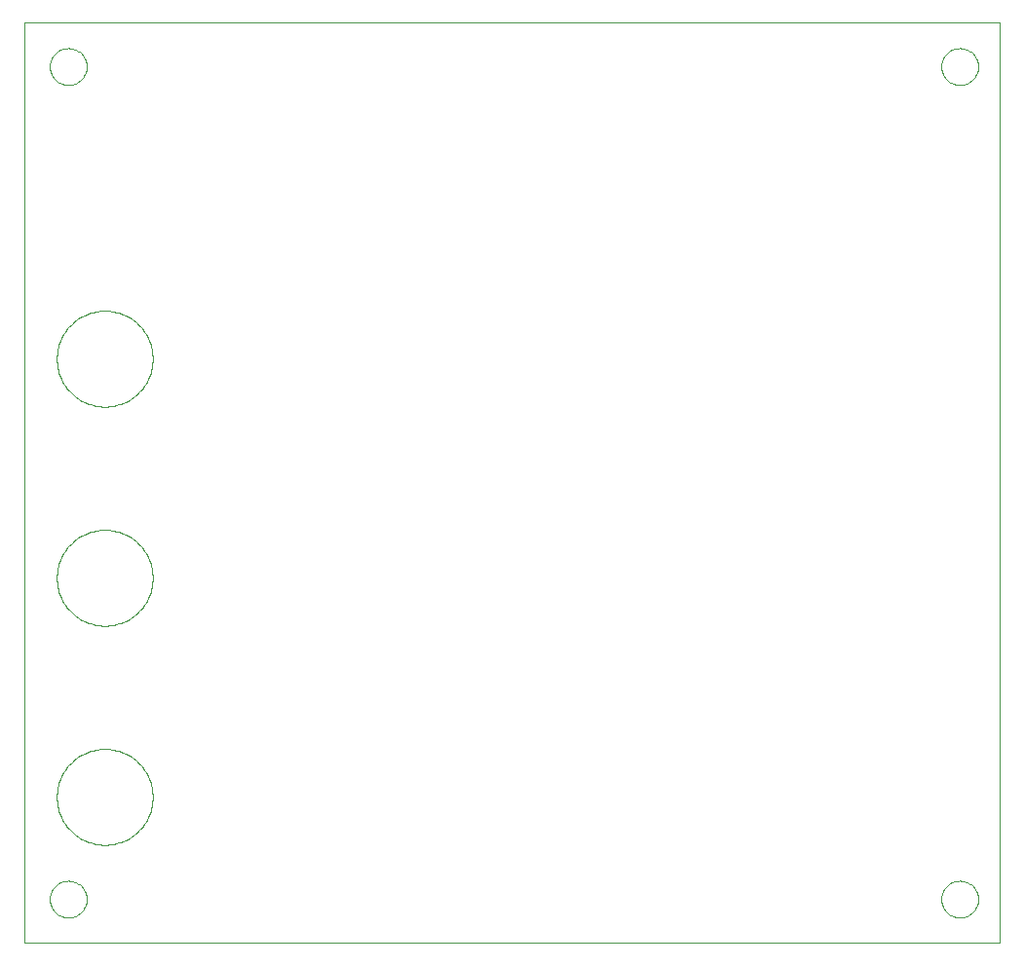
<source format=gko>
G75*
%MOIN*%
%OFA0B0*%
%FSLAX24Y24*%
%IPPOS*%
%LPD*%
%AMOC8*
5,1,8,0,0,1.08239X$1,22.5*
%
%ADD10C,0.0000*%
D10*
X000180Y000180D02*
X000180Y031676D01*
X033550Y031676D01*
X033550Y000180D01*
X000180Y000180D01*
X001050Y001680D02*
X001052Y001730D01*
X001058Y001780D01*
X001068Y001829D01*
X001082Y001877D01*
X001099Y001924D01*
X001120Y001969D01*
X001145Y002013D01*
X001173Y002054D01*
X001205Y002093D01*
X001239Y002130D01*
X001276Y002164D01*
X001316Y002194D01*
X001358Y002221D01*
X001402Y002245D01*
X001448Y002266D01*
X001495Y002282D01*
X001543Y002295D01*
X001593Y002304D01*
X001642Y002309D01*
X001693Y002310D01*
X001743Y002307D01*
X001792Y002300D01*
X001841Y002289D01*
X001889Y002274D01*
X001935Y002256D01*
X001980Y002234D01*
X002023Y002208D01*
X002064Y002179D01*
X002103Y002147D01*
X002139Y002112D01*
X002171Y002074D01*
X002201Y002034D01*
X002228Y001991D01*
X002251Y001947D01*
X002270Y001901D01*
X002286Y001853D01*
X002298Y001804D01*
X002306Y001755D01*
X002310Y001705D01*
X002310Y001655D01*
X002306Y001605D01*
X002298Y001556D01*
X002286Y001507D01*
X002270Y001459D01*
X002251Y001413D01*
X002228Y001369D01*
X002201Y001326D01*
X002171Y001286D01*
X002139Y001248D01*
X002103Y001213D01*
X002064Y001181D01*
X002023Y001152D01*
X001980Y001126D01*
X001935Y001104D01*
X001889Y001086D01*
X001841Y001071D01*
X001792Y001060D01*
X001743Y001053D01*
X001693Y001050D01*
X001642Y001051D01*
X001593Y001056D01*
X001543Y001065D01*
X001495Y001078D01*
X001448Y001094D01*
X001402Y001115D01*
X001358Y001139D01*
X001316Y001166D01*
X001276Y001196D01*
X001239Y001230D01*
X001205Y001267D01*
X001173Y001306D01*
X001145Y001347D01*
X001120Y001391D01*
X001099Y001436D01*
X001082Y001483D01*
X001068Y001531D01*
X001058Y001580D01*
X001052Y001630D01*
X001050Y001680D01*
X001290Y005180D02*
X001292Y005260D01*
X001298Y005341D01*
X001308Y005421D01*
X001322Y005500D01*
X001339Y005578D01*
X001361Y005656D01*
X001386Y005732D01*
X001415Y005808D01*
X001447Y005881D01*
X001484Y005953D01*
X001523Y006023D01*
X001566Y006091D01*
X001613Y006157D01*
X001662Y006220D01*
X001715Y006281D01*
X001770Y006340D01*
X001829Y006395D01*
X001890Y006448D01*
X001953Y006497D01*
X002019Y006544D01*
X002087Y006587D01*
X002157Y006626D01*
X002229Y006663D01*
X002302Y006695D01*
X002378Y006724D01*
X002454Y006749D01*
X002532Y006771D01*
X002610Y006788D01*
X002689Y006802D01*
X002769Y006812D01*
X002850Y006818D01*
X002930Y006820D01*
X003010Y006818D01*
X003091Y006812D01*
X003171Y006802D01*
X003250Y006788D01*
X003328Y006771D01*
X003406Y006749D01*
X003482Y006724D01*
X003558Y006695D01*
X003631Y006663D01*
X003703Y006626D01*
X003773Y006587D01*
X003841Y006544D01*
X003907Y006497D01*
X003970Y006448D01*
X004031Y006395D01*
X004090Y006340D01*
X004145Y006281D01*
X004198Y006220D01*
X004247Y006157D01*
X004294Y006091D01*
X004337Y006023D01*
X004376Y005953D01*
X004413Y005881D01*
X004445Y005808D01*
X004474Y005732D01*
X004499Y005656D01*
X004521Y005578D01*
X004538Y005500D01*
X004552Y005421D01*
X004562Y005341D01*
X004568Y005260D01*
X004570Y005180D01*
X004568Y005100D01*
X004562Y005019D01*
X004552Y004939D01*
X004538Y004860D01*
X004521Y004782D01*
X004499Y004704D01*
X004474Y004628D01*
X004445Y004552D01*
X004413Y004479D01*
X004376Y004407D01*
X004337Y004337D01*
X004294Y004269D01*
X004247Y004203D01*
X004198Y004140D01*
X004145Y004079D01*
X004090Y004020D01*
X004031Y003965D01*
X003970Y003912D01*
X003907Y003863D01*
X003841Y003816D01*
X003773Y003773D01*
X003703Y003734D01*
X003631Y003697D01*
X003558Y003665D01*
X003482Y003636D01*
X003406Y003611D01*
X003328Y003589D01*
X003250Y003572D01*
X003171Y003558D01*
X003091Y003548D01*
X003010Y003542D01*
X002930Y003540D01*
X002850Y003542D01*
X002769Y003548D01*
X002689Y003558D01*
X002610Y003572D01*
X002532Y003589D01*
X002454Y003611D01*
X002378Y003636D01*
X002302Y003665D01*
X002229Y003697D01*
X002157Y003734D01*
X002087Y003773D01*
X002019Y003816D01*
X001953Y003863D01*
X001890Y003912D01*
X001829Y003965D01*
X001770Y004020D01*
X001715Y004079D01*
X001662Y004140D01*
X001613Y004203D01*
X001566Y004269D01*
X001523Y004337D01*
X001484Y004407D01*
X001447Y004479D01*
X001415Y004552D01*
X001386Y004628D01*
X001361Y004704D01*
X001339Y004782D01*
X001322Y004860D01*
X001308Y004939D01*
X001298Y005019D01*
X001292Y005100D01*
X001290Y005180D01*
X001290Y012680D02*
X001292Y012760D01*
X001298Y012841D01*
X001308Y012921D01*
X001322Y013000D01*
X001339Y013078D01*
X001361Y013156D01*
X001386Y013232D01*
X001415Y013308D01*
X001447Y013381D01*
X001484Y013453D01*
X001523Y013523D01*
X001566Y013591D01*
X001613Y013657D01*
X001662Y013720D01*
X001715Y013781D01*
X001770Y013840D01*
X001829Y013895D01*
X001890Y013948D01*
X001953Y013997D01*
X002019Y014044D01*
X002087Y014087D01*
X002157Y014126D01*
X002229Y014163D01*
X002302Y014195D01*
X002378Y014224D01*
X002454Y014249D01*
X002532Y014271D01*
X002610Y014288D01*
X002689Y014302D01*
X002769Y014312D01*
X002850Y014318D01*
X002930Y014320D01*
X003010Y014318D01*
X003091Y014312D01*
X003171Y014302D01*
X003250Y014288D01*
X003328Y014271D01*
X003406Y014249D01*
X003482Y014224D01*
X003558Y014195D01*
X003631Y014163D01*
X003703Y014126D01*
X003773Y014087D01*
X003841Y014044D01*
X003907Y013997D01*
X003970Y013948D01*
X004031Y013895D01*
X004090Y013840D01*
X004145Y013781D01*
X004198Y013720D01*
X004247Y013657D01*
X004294Y013591D01*
X004337Y013523D01*
X004376Y013453D01*
X004413Y013381D01*
X004445Y013308D01*
X004474Y013232D01*
X004499Y013156D01*
X004521Y013078D01*
X004538Y013000D01*
X004552Y012921D01*
X004562Y012841D01*
X004568Y012760D01*
X004570Y012680D01*
X004568Y012600D01*
X004562Y012519D01*
X004552Y012439D01*
X004538Y012360D01*
X004521Y012282D01*
X004499Y012204D01*
X004474Y012128D01*
X004445Y012052D01*
X004413Y011979D01*
X004376Y011907D01*
X004337Y011837D01*
X004294Y011769D01*
X004247Y011703D01*
X004198Y011640D01*
X004145Y011579D01*
X004090Y011520D01*
X004031Y011465D01*
X003970Y011412D01*
X003907Y011363D01*
X003841Y011316D01*
X003773Y011273D01*
X003703Y011234D01*
X003631Y011197D01*
X003558Y011165D01*
X003482Y011136D01*
X003406Y011111D01*
X003328Y011089D01*
X003250Y011072D01*
X003171Y011058D01*
X003091Y011048D01*
X003010Y011042D01*
X002930Y011040D01*
X002850Y011042D01*
X002769Y011048D01*
X002689Y011058D01*
X002610Y011072D01*
X002532Y011089D01*
X002454Y011111D01*
X002378Y011136D01*
X002302Y011165D01*
X002229Y011197D01*
X002157Y011234D01*
X002087Y011273D01*
X002019Y011316D01*
X001953Y011363D01*
X001890Y011412D01*
X001829Y011465D01*
X001770Y011520D01*
X001715Y011579D01*
X001662Y011640D01*
X001613Y011703D01*
X001566Y011769D01*
X001523Y011837D01*
X001484Y011907D01*
X001447Y011979D01*
X001415Y012052D01*
X001386Y012128D01*
X001361Y012204D01*
X001339Y012282D01*
X001322Y012360D01*
X001308Y012439D01*
X001298Y012519D01*
X001292Y012600D01*
X001290Y012680D01*
X001290Y020180D02*
X001292Y020260D01*
X001298Y020341D01*
X001308Y020421D01*
X001322Y020500D01*
X001339Y020578D01*
X001361Y020656D01*
X001386Y020732D01*
X001415Y020808D01*
X001447Y020881D01*
X001484Y020953D01*
X001523Y021023D01*
X001566Y021091D01*
X001613Y021157D01*
X001662Y021220D01*
X001715Y021281D01*
X001770Y021340D01*
X001829Y021395D01*
X001890Y021448D01*
X001953Y021497D01*
X002019Y021544D01*
X002087Y021587D01*
X002157Y021626D01*
X002229Y021663D01*
X002302Y021695D01*
X002378Y021724D01*
X002454Y021749D01*
X002532Y021771D01*
X002610Y021788D01*
X002689Y021802D01*
X002769Y021812D01*
X002850Y021818D01*
X002930Y021820D01*
X003010Y021818D01*
X003091Y021812D01*
X003171Y021802D01*
X003250Y021788D01*
X003328Y021771D01*
X003406Y021749D01*
X003482Y021724D01*
X003558Y021695D01*
X003631Y021663D01*
X003703Y021626D01*
X003773Y021587D01*
X003841Y021544D01*
X003907Y021497D01*
X003970Y021448D01*
X004031Y021395D01*
X004090Y021340D01*
X004145Y021281D01*
X004198Y021220D01*
X004247Y021157D01*
X004294Y021091D01*
X004337Y021023D01*
X004376Y020953D01*
X004413Y020881D01*
X004445Y020808D01*
X004474Y020732D01*
X004499Y020656D01*
X004521Y020578D01*
X004538Y020500D01*
X004552Y020421D01*
X004562Y020341D01*
X004568Y020260D01*
X004570Y020180D01*
X004568Y020100D01*
X004562Y020019D01*
X004552Y019939D01*
X004538Y019860D01*
X004521Y019782D01*
X004499Y019704D01*
X004474Y019628D01*
X004445Y019552D01*
X004413Y019479D01*
X004376Y019407D01*
X004337Y019337D01*
X004294Y019269D01*
X004247Y019203D01*
X004198Y019140D01*
X004145Y019079D01*
X004090Y019020D01*
X004031Y018965D01*
X003970Y018912D01*
X003907Y018863D01*
X003841Y018816D01*
X003773Y018773D01*
X003703Y018734D01*
X003631Y018697D01*
X003558Y018665D01*
X003482Y018636D01*
X003406Y018611D01*
X003328Y018589D01*
X003250Y018572D01*
X003171Y018558D01*
X003091Y018548D01*
X003010Y018542D01*
X002930Y018540D01*
X002850Y018542D01*
X002769Y018548D01*
X002689Y018558D01*
X002610Y018572D01*
X002532Y018589D01*
X002454Y018611D01*
X002378Y018636D01*
X002302Y018665D01*
X002229Y018697D01*
X002157Y018734D01*
X002087Y018773D01*
X002019Y018816D01*
X001953Y018863D01*
X001890Y018912D01*
X001829Y018965D01*
X001770Y019020D01*
X001715Y019079D01*
X001662Y019140D01*
X001613Y019203D01*
X001566Y019269D01*
X001523Y019337D01*
X001484Y019407D01*
X001447Y019479D01*
X001415Y019552D01*
X001386Y019628D01*
X001361Y019704D01*
X001339Y019782D01*
X001322Y019860D01*
X001308Y019939D01*
X001298Y020019D01*
X001292Y020100D01*
X001290Y020180D01*
X001050Y030180D02*
X001052Y030230D01*
X001058Y030280D01*
X001068Y030329D01*
X001082Y030377D01*
X001099Y030424D01*
X001120Y030469D01*
X001145Y030513D01*
X001173Y030554D01*
X001205Y030593D01*
X001239Y030630D01*
X001276Y030664D01*
X001316Y030694D01*
X001358Y030721D01*
X001402Y030745D01*
X001448Y030766D01*
X001495Y030782D01*
X001543Y030795D01*
X001593Y030804D01*
X001642Y030809D01*
X001693Y030810D01*
X001743Y030807D01*
X001792Y030800D01*
X001841Y030789D01*
X001889Y030774D01*
X001935Y030756D01*
X001980Y030734D01*
X002023Y030708D01*
X002064Y030679D01*
X002103Y030647D01*
X002139Y030612D01*
X002171Y030574D01*
X002201Y030534D01*
X002228Y030491D01*
X002251Y030447D01*
X002270Y030401D01*
X002286Y030353D01*
X002298Y030304D01*
X002306Y030255D01*
X002310Y030205D01*
X002310Y030155D01*
X002306Y030105D01*
X002298Y030056D01*
X002286Y030007D01*
X002270Y029959D01*
X002251Y029913D01*
X002228Y029869D01*
X002201Y029826D01*
X002171Y029786D01*
X002139Y029748D01*
X002103Y029713D01*
X002064Y029681D01*
X002023Y029652D01*
X001980Y029626D01*
X001935Y029604D01*
X001889Y029586D01*
X001841Y029571D01*
X001792Y029560D01*
X001743Y029553D01*
X001693Y029550D01*
X001642Y029551D01*
X001593Y029556D01*
X001543Y029565D01*
X001495Y029578D01*
X001448Y029594D01*
X001402Y029615D01*
X001358Y029639D01*
X001316Y029666D01*
X001276Y029696D01*
X001239Y029730D01*
X001205Y029767D01*
X001173Y029806D01*
X001145Y029847D01*
X001120Y029891D01*
X001099Y029936D01*
X001082Y029983D01*
X001068Y030031D01*
X001058Y030080D01*
X001052Y030130D01*
X001050Y030180D01*
X031550Y030180D02*
X031552Y030230D01*
X031558Y030280D01*
X031568Y030329D01*
X031582Y030377D01*
X031599Y030424D01*
X031620Y030469D01*
X031645Y030513D01*
X031673Y030554D01*
X031705Y030593D01*
X031739Y030630D01*
X031776Y030664D01*
X031816Y030694D01*
X031858Y030721D01*
X031902Y030745D01*
X031948Y030766D01*
X031995Y030782D01*
X032043Y030795D01*
X032093Y030804D01*
X032142Y030809D01*
X032193Y030810D01*
X032243Y030807D01*
X032292Y030800D01*
X032341Y030789D01*
X032389Y030774D01*
X032435Y030756D01*
X032480Y030734D01*
X032523Y030708D01*
X032564Y030679D01*
X032603Y030647D01*
X032639Y030612D01*
X032671Y030574D01*
X032701Y030534D01*
X032728Y030491D01*
X032751Y030447D01*
X032770Y030401D01*
X032786Y030353D01*
X032798Y030304D01*
X032806Y030255D01*
X032810Y030205D01*
X032810Y030155D01*
X032806Y030105D01*
X032798Y030056D01*
X032786Y030007D01*
X032770Y029959D01*
X032751Y029913D01*
X032728Y029869D01*
X032701Y029826D01*
X032671Y029786D01*
X032639Y029748D01*
X032603Y029713D01*
X032564Y029681D01*
X032523Y029652D01*
X032480Y029626D01*
X032435Y029604D01*
X032389Y029586D01*
X032341Y029571D01*
X032292Y029560D01*
X032243Y029553D01*
X032193Y029550D01*
X032142Y029551D01*
X032093Y029556D01*
X032043Y029565D01*
X031995Y029578D01*
X031948Y029594D01*
X031902Y029615D01*
X031858Y029639D01*
X031816Y029666D01*
X031776Y029696D01*
X031739Y029730D01*
X031705Y029767D01*
X031673Y029806D01*
X031645Y029847D01*
X031620Y029891D01*
X031599Y029936D01*
X031582Y029983D01*
X031568Y030031D01*
X031558Y030080D01*
X031552Y030130D01*
X031550Y030180D01*
X031550Y001680D02*
X031552Y001730D01*
X031558Y001780D01*
X031568Y001829D01*
X031582Y001877D01*
X031599Y001924D01*
X031620Y001969D01*
X031645Y002013D01*
X031673Y002054D01*
X031705Y002093D01*
X031739Y002130D01*
X031776Y002164D01*
X031816Y002194D01*
X031858Y002221D01*
X031902Y002245D01*
X031948Y002266D01*
X031995Y002282D01*
X032043Y002295D01*
X032093Y002304D01*
X032142Y002309D01*
X032193Y002310D01*
X032243Y002307D01*
X032292Y002300D01*
X032341Y002289D01*
X032389Y002274D01*
X032435Y002256D01*
X032480Y002234D01*
X032523Y002208D01*
X032564Y002179D01*
X032603Y002147D01*
X032639Y002112D01*
X032671Y002074D01*
X032701Y002034D01*
X032728Y001991D01*
X032751Y001947D01*
X032770Y001901D01*
X032786Y001853D01*
X032798Y001804D01*
X032806Y001755D01*
X032810Y001705D01*
X032810Y001655D01*
X032806Y001605D01*
X032798Y001556D01*
X032786Y001507D01*
X032770Y001459D01*
X032751Y001413D01*
X032728Y001369D01*
X032701Y001326D01*
X032671Y001286D01*
X032639Y001248D01*
X032603Y001213D01*
X032564Y001181D01*
X032523Y001152D01*
X032480Y001126D01*
X032435Y001104D01*
X032389Y001086D01*
X032341Y001071D01*
X032292Y001060D01*
X032243Y001053D01*
X032193Y001050D01*
X032142Y001051D01*
X032093Y001056D01*
X032043Y001065D01*
X031995Y001078D01*
X031948Y001094D01*
X031902Y001115D01*
X031858Y001139D01*
X031816Y001166D01*
X031776Y001196D01*
X031739Y001230D01*
X031705Y001267D01*
X031673Y001306D01*
X031645Y001347D01*
X031620Y001391D01*
X031599Y001436D01*
X031582Y001483D01*
X031568Y001531D01*
X031558Y001580D01*
X031552Y001630D01*
X031550Y001680D01*
M02*

</source>
